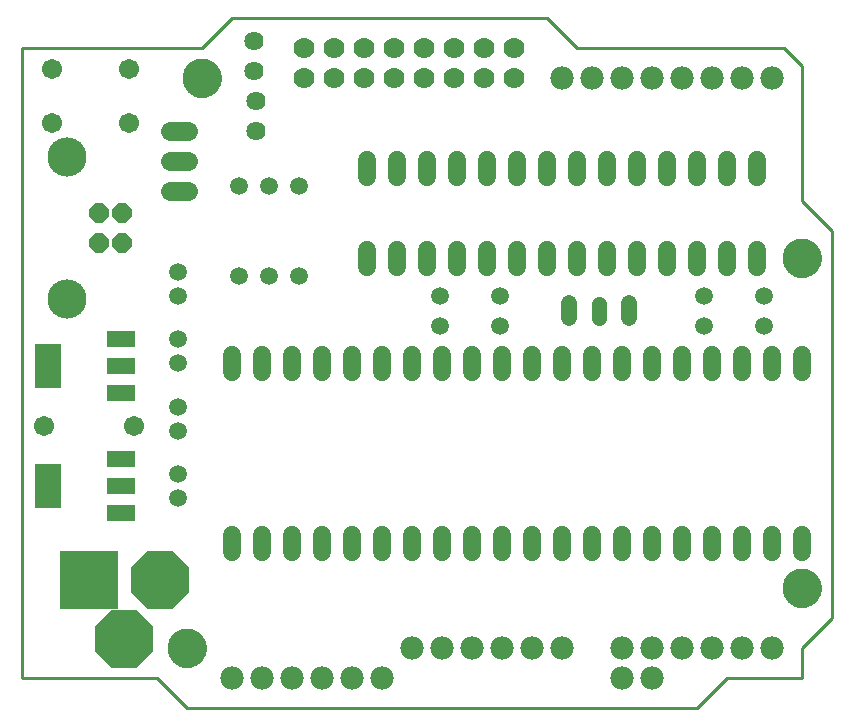
<source format=gts>
G75*
G70*
%OFA0B0*%
%FSLAX24Y24*%
%IPPOS*%
%LPD*%
%AMOC8*
5,1,8,0,0,1.08239X$1,22.5*
%
%ADD10C,0.0000*%
%ADD11C,0.1300*%
%ADD12C,0.0100*%
%ADD13C,0.0600*%
%ADD14C,0.0780*%
%ADD15C,0.0700*%
%ADD16OC8,0.0654*%
%ADD17C,0.1306*%
%ADD18OC8,0.1940*%
%ADD19R,0.1940X0.1940*%
%ADD20R,0.0920X0.0520*%
%ADD21R,0.0906X0.1457*%
%ADD22C,0.0595*%
%ADD23C,0.0520*%
%ADD24C,0.0516*%
%ADD25C,0.0640*%
%ADD26C,0.0674*%
%ADD27C,0.0640*%
D10*
X007531Y015342D02*
X007533Y015392D01*
X007539Y015442D01*
X007549Y015491D01*
X007563Y015539D01*
X007580Y015586D01*
X007601Y015631D01*
X007626Y015675D01*
X007654Y015716D01*
X007686Y015755D01*
X007720Y015792D01*
X007757Y015826D01*
X007797Y015856D01*
X007839Y015883D01*
X007883Y015907D01*
X007929Y015928D01*
X007976Y015944D01*
X008024Y015957D01*
X008074Y015966D01*
X008123Y015971D01*
X008174Y015972D01*
X008224Y015969D01*
X008273Y015962D01*
X008322Y015951D01*
X008370Y015936D01*
X008416Y015918D01*
X008461Y015896D01*
X008504Y015870D01*
X008545Y015841D01*
X008584Y015809D01*
X008620Y015774D01*
X008652Y015736D01*
X008682Y015696D01*
X008709Y015653D01*
X008732Y015609D01*
X008751Y015563D01*
X008767Y015515D01*
X008779Y015466D01*
X008787Y015417D01*
X008791Y015367D01*
X008791Y015317D01*
X008787Y015267D01*
X008779Y015218D01*
X008767Y015169D01*
X008751Y015121D01*
X008732Y015075D01*
X008709Y015031D01*
X008682Y014988D01*
X008652Y014948D01*
X008620Y014910D01*
X008584Y014875D01*
X008545Y014843D01*
X008504Y014814D01*
X008461Y014788D01*
X008416Y014766D01*
X008370Y014748D01*
X008322Y014733D01*
X008273Y014722D01*
X008224Y014715D01*
X008174Y014712D01*
X008123Y014713D01*
X008074Y014718D01*
X008024Y014727D01*
X007976Y014740D01*
X007929Y014756D01*
X007883Y014777D01*
X007839Y014801D01*
X007797Y014828D01*
X007757Y014858D01*
X007720Y014892D01*
X007686Y014929D01*
X007654Y014968D01*
X007626Y015009D01*
X007601Y015053D01*
X007580Y015098D01*
X007563Y015145D01*
X007549Y015193D01*
X007539Y015242D01*
X007533Y015292D01*
X007531Y015342D01*
X028031Y017342D02*
X028033Y017392D01*
X028039Y017442D01*
X028049Y017491D01*
X028063Y017539D01*
X028080Y017586D01*
X028101Y017631D01*
X028126Y017675D01*
X028154Y017716D01*
X028186Y017755D01*
X028220Y017792D01*
X028257Y017826D01*
X028297Y017856D01*
X028339Y017883D01*
X028383Y017907D01*
X028429Y017928D01*
X028476Y017944D01*
X028524Y017957D01*
X028574Y017966D01*
X028623Y017971D01*
X028674Y017972D01*
X028724Y017969D01*
X028773Y017962D01*
X028822Y017951D01*
X028870Y017936D01*
X028916Y017918D01*
X028961Y017896D01*
X029004Y017870D01*
X029045Y017841D01*
X029084Y017809D01*
X029120Y017774D01*
X029152Y017736D01*
X029182Y017696D01*
X029209Y017653D01*
X029232Y017609D01*
X029251Y017563D01*
X029267Y017515D01*
X029279Y017466D01*
X029287Y017417D01*
X029291Y017367D01*
X029291Y017317D01*
X029287Y017267D01*
X029279Y017218D01*
X029267Y017169D01*
X029251Y017121D01*
X029232Y017075D01*
X029209Y017031D01*
X029182Y016988D01*
X029152Y016948D01*
X029120Y016910D01*
X029084Y016875D01*
X029045Y016843D01*
X029004Y016814D01*
X028961Y016788D01*
X028916Y016766D01*
X028870Y016748D01*
X028822Y016733D01*
X028773Y016722D01*
X028724Y016715D01*
X028674Y016712D01*
X028623Y016713D01*
X028574Y016718D01*
X028524Y016727D01*
X028476Y016740D01*
X028429Y016756D01*
X028383Y016777D01*
X028339Y016801D01*
X028297Y016828D01*
X028257Y016858D01*
X028220Y016892D01*
X028186Y016929D01*
X028154Y016968D01*
X028126Y017009D01*
X028101Y017053D01*
X028080Y017098D01*
X028063Y017145D01*
X028049Y017193D01*
X028039Y017242D01*
X028033Y017292D01*
X028031Y017342D01*
X028031Y028342D02*
X028033Y028392D01*
X028039Y028442D01*
X028049Y028491D01*
X028063Y028539D01*
X028080Y028586D01*
X028101Y028631D01*
X028126Y028675D01*
X028154Y028716D01*
X028186Y028755D01*
X028220Y028792D01*
X028257Y028826D01*
X028297Y028856D01*
X028339Y028883D01*
X028383Y028907D01*
X028429Y028928D01*
X028476Y028944D01*
X028524Y028957D01*
X028574Y028966D01*
X028623Y028971D01*
X028674Y028972D01*
X028724Y028969D01*
X028773Y028962D01*
X028822Y028951D01*
X028870Y028936D01*
X028916Y028918D01*
X028961Y028896D01*
X029004Y028870D01*
X029045Y028841D01*
X029084Y028809D01*
X029120Y028774D01*
X029152Y028736D01*
X029182Y028696D01*
X029209Y028653D01*
X029232Y028609D01*
X029251Y028563D01*
X029267Y028515D01*
X029279Y028466D01*
X029287Y028417D01*
X029291Y028367D01*
X029291Y028317D01*
X029287Y028267D01*
X029279Y028218D01*
X029267Y028169D01*
X029251Y028121D01*
X029232Y028075D01*
X029209Y028031D01*
X029182Y027988D01*
X029152Y027948D01*
X029120Y027910D01*
X029084Y027875D01*
X029045Y027843D01*
X029004Y027814D01*
X028961Y027788D01*
X028916Y027766D01*
X028870Y027748D01*
X028822Y027733D01*
X028773Y027722D01*
X028724Y027715D01*
X028674Y027712D01*
X028623Y027713D01*
X028574Y027718D01*
X028524Y027727D01*
X028476Y027740D01*
X028429Y027756D01*
X028383Y027777D01*
X028339Y027801D01*
X028297Y027828D01*
X028257Y027858D01*
X028220Y027892D01*
X028186Y027929D01*
X028154Y027968D01*
X028126Y028009D01*
X028101Y028053D01*
X028080Y028098D01*
X028063Y028145D01*
X028049Y028193D01*
X028039Y028242D01*
X028033Y028292D01*
X028031Y028342D01*
X008031Y034342D02*
X008033Y034392D01*
X008039Y034442D01*
X008049Y034491D01*
X008063Y034539D01*
X008080Y034586D01*
X008101Y034631D01*
X008126Y034675D01*
X008154Y034716D01*
X008186Y034755D01*
X008220Y034792D01*
X008257Y034826D01*
X008297Y034856D01*
X008339Y034883D01*
X008383Y034907D01*
X008429Y034928D01*
X008476Y034944D01*
X008524Y034957D01*
X008574Y034966D01*
X008623Y034971D01*
X008674Y034972D01*
X008724Y034969D01*
X008773Y034962D01*
X008822Y034951D01*
X008870Y034936D01*
X008916Y034918D01*
X008961Y034896D01*
X009004Y034870D01*
X009045Y034841D01*
X009084Y034809D01*
X009120Y034774D01*
X009152Y034736D01*
X009182Y034696D01*
X009209Y034653D01*
X009232Y034609D01*
X009251Y034563D01*
X009267Y034515D01*
X009279Y034466D01*
X009287Y034417D01*
X009291Y034367D01*
X009291Y034317D01*
X009287Y034267D01*
X009279Y034218D01*
X009267Y034169D01*
X009251Y034121D01*
X009232Y034075D01*
X009209Y034031D01*
X009182Y033988D01*
X009152Y033948D01*
X009120Y033910D01*
X009084Y033875D01*
X009045Y033843D01*
X009004Y033814D01*
X008961Y033788D01*
X008916Y033766D01*
X008870Y033748D01*
X008822Y033733D01*
X008773Y033722D01*
X008724Y033715D01*
X008674Y033712D01*
X008623Y033713D01*
X008574Y033718D01*
X008524Y033727D01*
X008476Y033740D01*
X008429Y033756D01*
X008383Y033777D01*
X008339Y033801D01*
X008297Y033828D01*
X008257Y033858D01*
X008220Y033892D01*
X008186Y033929D01*
X008154Y033968D01*
X008126Y034009D01*
X008101Y034053D01*
X008080Y034098D01*
X008063Y034145D01*
X008049Y034193D01*
X008039Y034242D01*
X008033Y034292D01*
X008031Y034342D01*
D11*
X008661Y034342D03*
X028661Y028342D03*
X028661Y017342D03*
X008161Y015342D03*
D12*
X007161Y014342D02*
X008161Y013342D01*
X025161Y013342D01*
X026161Y014342D01*
X028661Y014342D01*
X028661Y015342D01*
X029661Y016342D01*
X029661Y029242D01*
X028661Y030242D01*
X028661Y034742D01*
X028061Y035342D01*
X021161Y035342D01*
X020161Y036342D01*
X009661Y036342D01*
X008661Y035342D01*
X002661Y035342D01*
X002661Y014342D01*
X007161Y014342D01*
D13*
X009661Y018562D02*
X009661Y019122D01*
X010661Y019122D02*
X010661Y018562D01*
X011661Y018562D02*
X011661Y019122D01*
X012661Y019122D02*
X012661Y018562D01*
X013661Y018562D02*
X013661Y019122D01*
X014661Y019122D02*
X014661Y018562D01*
X015661Y018562D02*
X015661Y019122D01*
X016661Y019122D02*
X016661Y018562D01*
X017661Y018562D02*
X017661Y019122D01*
X018661Y019122D02*
X018661Y018562D01*
X019661Y018562D02*
X019661Y019122D01*
X020661Y019122D02*
X020661Y018562D01*
X021661Y018562D02*
X021661Y019122D01*
X022661Y019122D02*
X022661Y018562D01*
X023661Y018562D02*
X023661Y019122D01*
X024661Y019122D02*
X024661Y018562D01*
X025661Y018562D02*
X025661Y019122D01*
X026661Y019122D02*
X026661Y018562D01*
X027661Y018562D02*
X027661Y019122D01*
X028661Y019122D02*
X028661Y018562D01*
X028661Y024562D02*
X028661Y025122D01*
X027661Y025122D02*
X027661Y024562D01*
X026661Y024562D02*
X026661Y025122D01*
X025661Y025122D02*
X025661Y024562D01*
X024661Y024562D02*
X024661Y025122D01*
X023661Y025122D02*
X023661Y024562D01*
X022661Y024562D02*
X022661Y025122D01*
X021661Y025122D02*
X021661Y024562D01*
X020661Y024562D02*
X020661Y025122D01*
X019661Y025122D02*
X019661Y024562D01*
X018661Y024562D02*
X018661Y025122D01*
X017661Y025122D02*
X017661Y024562D01*
X016661Y024562D02*
X016661Y025122D01*
X015661Y025122D02*
X015661Y024562D01*
X014661Y024562D02*
X014661Y025122D01*
X013661Y025122D02*
X013661Y024562D01*
X012661Y024562D02*
X012661Y025122D01*
X011661Y025122D02*
X011661Y024562D01*
X010661Y024562D02*
X010661Y025122D01*
X009661Y025122D02*
X009661Y024562D01*
X014161Y028062D02*
X014161Y028622D01*
X015161Y028622D02*
X015161Y028062D01*
X016161Y028062D02*
X016161Y028622D01*
X017161Y028622D02*
X017161Y028062D01*
X018161Y028062D02*
X018161Y028622D01*
X019161Y028622D02*
X019161Y028062D01*
X020161Y028062D02*
X020161Y028622D01*
X021161Y028622D02*
X021161Y028062D01*
X022161Y028062D02*
X022161Y028622D01*
X023161Y028622D02*
X023161Y028062D01*
X024161Y028062D02*
X024161Y028622D01*
X025161Y028622D02*
X025161Y028062D01*
X026161Y028062D02*
X026161Y028622D01*
X027161Y028622D02*
X027161Y028062D01*
X027161Y031062D02*
X027161Y031622D01*
X026161Y031622D02*
X026161Y031062D01*
X025161Y031062D02*
X025161Y031622D01*
X024161Y031622D02*
X024161Y031062D01*
X023161Y031062D02*
X023161Y031622D01*
X022161Y031622D02*
X022161Y031062D01*
X021161Y031062D02*
X021161Y031622D01*
X020161Y031622D02*
X020161Y031062D01*
X019161Y031062D02*
X019161Y031622D01*
X018161Y031622D02*
X018161Y031062D01*
X017161Y031062D02*
X017161Y031622D01*
X016161Y031622D02*
X016161Y031062D01*
X015161Y031062D02*
X015161Y031622D01*
X014161Y031622D02*
X014161Y031062D01*
D14*
X020661Y034342D03*
X021661Y034342D03*
X022661Y034342D03*
X023661Y034342D03*
X024661Y034342D03*
X025661Y034342D03*
X026661Y034342D03*
X027661Y034342D03*
X027661Y015342D03*
X026661Y015342D03*
X025661Y015342D03*
X024661Y015342D03*
X023661Y015342D03*
X023661Y014342D03*
X022661Y014342D03*
X022661Y015342D03*
X020661Y015342D03*
X019661Y015342D03*
X018661Y015342D03*
X017661Y015342D03*
X016661Y015342D03*
X015661Y015342D03*
X014661Y014342D03*
X013661Y014342D03*
X012661Y014342D03*
X011661Y014342D03*
X010661Y014342D03*
X009661Y014342D03*
D15*
X012061Y034342D03*
X013061Y034342D03*
X014061Y034342D03*
X015061Y034342D03*
X016061Y034342D03*
X017061Y034342D03*
X018061Y034342D03*
X019061Y034342D03*
X019061Y035342D03*
X018061Y035342D03*
X017061Y035342D03*
X016061Y035342D03*
X015061Y035342D03*
X014061Y035342D03*
X013061Y035342D03*
X012061Y035342D03*
D16*
X006015Y029834D03*
X005228Y029834D03*
X005228Y028850D03*
X006015Y028850D03*
D17*
X004161Y026980D03*
X004161Y031704D03*
D18*
X007261Y017612D03*
X006081Y015642D03*
D19*
X004901Y017612D03*
D20*
X005981Y019832D03*
X005981Y020742D03*
X005981Y021652D03*
X005981Y023832D03*
X005981Y024742D03*
X005981Y025652D03*
D21*
X003541Y024742D03*
X003541Y020742D03*
D22*
X007861Y020342D03*
X007861Y021142D03*
X007861Y022592D03*
X007861Y023392D03*
X007861Y024842D03*
X007861Y025642D03*
X007861Y027092D03*
X007861Y027892D03*
X009911Y027742D03*
X010911Y027742D03*
X011911Y027742D03*
X011911Y030742D03*
X010911Y030742D03*
X009911Y030742D03*
X016611Y027092D03*
X016611Y026092D03*
X018611Y026092D03*
X018611Y027092D03*
X025411Y027092D03*
X025411Y026092D03*
X027411Y026092D03*
X027411Y027092D03*
D23*
X022911Y026832D02*
X022911Y026352D01*
X020911Y026352D02*
X020911Y026832D01*
D24*
X021911Y026830D02*
X021911Y026354D01*
D25*
X010461Y032592D03*
X010461Y033592D03*
X010411Y034592D03*
X010411Y035592D03*
D26*
X006241Y034632D03*
X006241Y032852D03*
X003681Y032852D03*
X003681Y034632D03*
X003411Y022742D03*
X006411Y022742D03*
D27*
X007611Y030592D02*
X008211Y030592D01*
X008211Y031592D02*
X007611Y031592D01*
X007611Y032592D02*
X008211Y032592D01*
M02*

</source>
